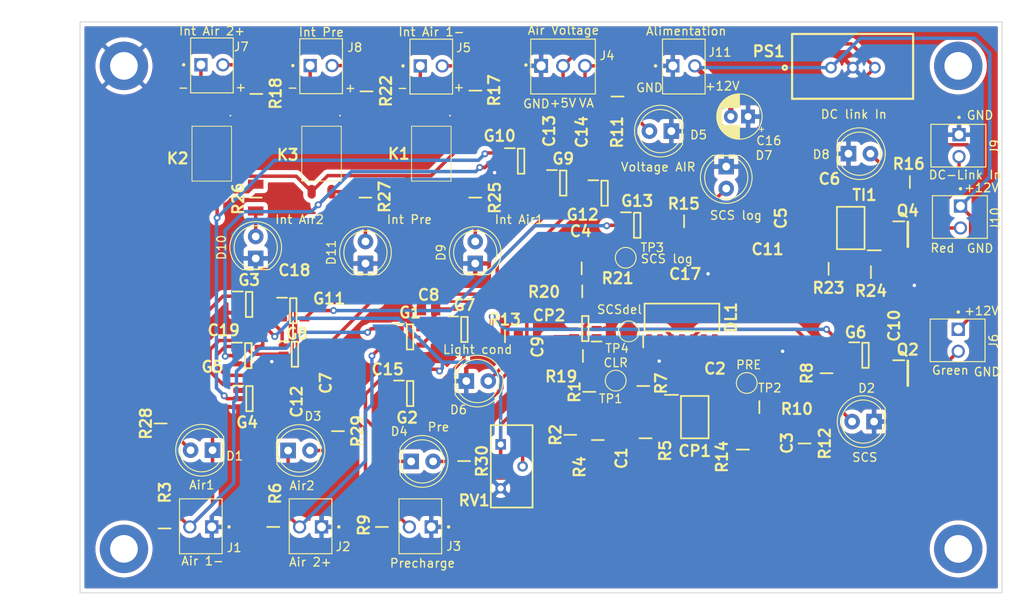
<source format=kicad_pcb>
(kicad_pcb (version 20211014) (generator pcbnew)
  (title_block (title "TSAL") (date "2022-12-04") (rev "V1.0") (company "EPSA"))
  (layers (0 "F.Cu" signal) (31 "B.Cu" signal) (34 "B.Paste" user) (35 "F.Paste" user) (36 "B.SilkS" user "B.Silkscreen") (37 "F.SilkS" user "F.Silkscreen") (38 "B.Mask" user) (39 "F.Mask" user) (44 "Edge.Cuts" user))
  (net 0 "")
  (net 1 "0")
  (net 2 "Net-(C1-Pad2)")
  (net 3 "+5V")
  (net 4 "Net-(C3-Pad2)")
  (net 5 "Net-(C4-Pad1)")
  (net 6 "Net-(C5-Pad2)")
  (net 7 "Net-(C6-Pad2)")
  (net 8 "CLR")
  (net 9 "mid Pot")
  (net 10 "PRE")
  (net 11 "SCS del")
  (net 12 "Net-(CP2-Pad3)")
  (net 13 "SCS")
  (net 17 "AIR 1")
  (net 18 "AIR 2")
  (net 19 "PreCharge")
  (net 20 "VoltageAIR")
  (net 21 "Int AIR 1")
  (net 22 "Net-(G3-Pad4)")
  (net 23 "Int AIR 2")
  (net 24 "Net-(G4-Pad4)")
  (net 25 "Int PreCharge")
  (net 26 "Net-(G11-Pad2)")
  (net 27 "Lightning cond")
  (net 28 "Net-(G11-Pad1)")
  (net 29 "SCS log")
  (net 30 "Clign")
  (net 31 "Net-(J5-Pad2)")
  (net 32 "Net-(J7-Pad2)")
  (net 33 "Net-(J8-Pad2)")
  (net 34 "DC-Link In")
  (net 35 "+12V")
  (net 36 "Net-(D1-Pad2)")
  (net 37 "Net-(R23-Pad1)")
  (net 38 "Net-(D2-Pad2)")
  (net 39 "Net-(D3-Pad2)")
  (net 40 "Net-(D4-Pad2)")
  (net 41 "Net-(D5-Pad2)")
  (net 42 "Net-(D6-Pad2)")
  (net 43 "Net-(D7-Pad2)")
  (net 44 "Net-(D8-Pad2)")
  (net 45 "Net-(D9-Pad2)")
  (net 46 "Net-(D10-Pad2)")
  (net 47 "Net-(D11-Pad2)")
  (net 48 "Net-(G1-Pad4)")
  (net 49 "Net-(G2-Pad4)")
  (net 50 "Net-(G6-Pad4)")
  (net 51 "Net-(J5-Pad1)")
  (net 52 "Net-(G10-Pad4)")
  (net 53 "Net-(J7-Pad1)")
  (net 54 "Net-(J8-Pad1)")
  (net 55 "Net-(G12-Pad1)")
  (net 56 "Net-(K1-Pad1)")
  (net 57 "Net-(K2-Pad1)")
  (net 58 "Net-(K3-Pad1)")
  (net 59 "Net-(G11-Pad4)")
  (net 60 "Net-(G12-Pad4)")
  (net 61 "Net-(J6-Pad2)")
  (net 62 "Net-(J10-Pad2)")
  (footprint "EPSA_lib:RESC3216X70N" (layer "F.Cu") (at 129.54 74.165346 90)
    (fp_text reference "R12")
    (fp_text value "Résistance RK73H2BLTDD2152F" hide)
  )
  (footprint "LED_THT:LED_D5.0mm" (layer "F.Cu") (at 90.406399 66.943603)
    (fp_text reference "D6")
    (fp_text value "LED")
  )
  (footprint "TestPoint:TestPoint_Pad_D2.0mm" (layer "F.Cu") (at 109.199826 61.195494)
    (fp_text reference "TP4")
    (fp_text value "TestPoint")
  )
  (footprint "EPSA_lib:RESC3216X70N" (layer "F.Cu") (at 102.429958 73.163812 90)
    (fp_text reference "R2")
    (fp_text value "Résistance RK73H2BLTDD2152F" hide)
  )
  (footprint "TestPoint:TestPoint_Pad_D2.0mm" (layer "F.Cu") (at 122.846804 67.166801)
    (fp_text reference "TP2")
    (fp_text value "TestPoint")
  )
  (footprint "EPSA_lib:CAPC2012X130N" (layer "F.Cu") (at 66.04 60.96)
    (fp_text reference "C19")
    (fp_text value "Condensateur 0805Y1000104JXT" hide)
  )
  (footprint "EPSA_lib:CAPC2012X130N" (layer "F.Cu") (at 74.052647 64.176814 90)
    (fp_text reference "C7")
    (fp_text value "Condensateur 0805Y1000104JXT" hide)
  )
  (footprint "EPSA_lib:RESC3216X70N" (layer "F.Cu") (at 55.043256 71.850787 90)
    (fp_text reference "R28")
    (fp_text value "Résistance RK73H2BLTDD2152F" hide)
  )
  (footprint "EPSA_lib:CAPC2012X130N" (layer "F.Cu") (at 108.293122 72.908477 90)
    (fp_text reference "C1")
    (fp_text value "Condensateur 0805Y1000104JXT" hide)
  )
  (footprint "EPSA_lib:MOLEX_22-11-2022" (layer "F.Cu") (at 147.581754 46.697016 -90)
    (fp_text reference "J10")
    (fp_text value "2P Droit 2-11-2022")
  )
  (footprint "" (layer "F.Cu") (at 147.32 86.36)
    (fp_text reference "")
    (fp_text value "")
  )
  (footprint "EPSA_lib:CAPC2012X130N" (layer "F.Cu") (at 86.040889 58.608377)
    (fp_text reference "C8")
    (fp_text value "Condensateur 0805Y1000104JXT" hide)
  )
  (footprint "" (layer "F.Cu") (at 50.8 86.36)
    (fp_text reference "")
    (fp_text value "")
  )
  (footprint "EPSA_lib:SOT95P280X145-5N" (layer "F.Cu") (at 106.404703 45.215032)
    (fp_text reference "G12")
    (fp_text value "Gate NOR SN74AHCT1G02DBVR" hide)
  )
  (footprint "EPSA_lib:MOLEX_22-11-2022" (layer "F.Cu") (at 59.708002 30.354668)
    (fp_text reference "J7")
    (fp_text value "2P Droit 2-11-2022")
  )
  (footprint "LED_THT:LED_D5.0mm" (layer "F.Cu") (at 84.030846 76.238995)
    (fp_text reference "D4")
    (fp_text value "LED")
  )
  (footprint "EPSA_lib:RESC3216X70N" (layer "F.Cu") (at 132.321673 53.955574)
    (fp_text reference "R23")
    (fp_text value "Résistance RK73H2BLTDD2152F" hide)
  )
  (footprint "EPSA_lib:SOT95P280X145-5N" (layer "F.Cu") (at 83.906656 68.387441)
    (fp_text reference "G2")
    (fp_text value "Gate AND SN74AHCT1G08DBVR" hide)
  )
  (footprint "EPSA_lib:CAPC2012X130N" (layer "F.Cu") (at 70.423736 56.008037 180)
    (fp_text reference "C18")
    (fp_text value "Condensateur 0805Y1000104JXT" hide)
  )
  (footprint "EPSA_lib:RESC3216X70N" (layer "F.Cu") (at 141.724117 43.926011)
    (fp_text reference "R16")
    (fp_text value "Résistance RK73H2BLTDD2152F" hide)
  )
  (footprint "EPSA_lib:SOT95P280X145-5N" (layer "F.Cu") (at 136.587848 63.965057)
    (fp_text reference "G6")
    (fp_text value "Gate AND SN74AHCT1G08DBVR" hide)
  )
  (footprint "EPSA_lib:RESC3216X70N" (layer "F.Cu") (at 107.901251 34.026853 90)
    (fp_text reference "R11")
    (fp_text value "Résistance RK73H2BLTDD2152F" hide)
  )
  (footprint "EPSA_lib:MOLEX_22-11-2022" (layer "F.Cu") (at 60.96 83.82 180)
    (fp_text reference "J1")
    (fp_text value "2P Droit 2-11-2022")
  )
  (footprint "LED_THT:LED_D5.0mm" (layer "F.Cu") (at 66.044862 52.75589 90)
    (fp_text reference "D10")
    (fp_text value "LED")
  )
  (footprint "EPSA_lib:RESC3216X70N" (layer "F.Cu") (at 75.557783 72.742395 90)
    (fp_text reference "R29")
    (fp_text value "Résistance RK73H2BLTDD2152F" hide)
  )
  (footprint "EPSA_lib:SOT95P280X145-5N" (layer "F.Cu") (at 83.900451 61.838242)
    (fp_text reference "G1")
    (fp_text value "Gate AND SN74AHCT1G08DBVR" hide)
  )
  (footprint "EPSA_lib:RESC3216X70N" (layer "F.Cu") (at 68.0717 83.82 -90)
    (fp_text reference "R6")
    (fp_text value "Résistance RK73H2BLTDD2152F" hide)
  )
  (footprint "EPSA_lib:CPC1394GR" (layer "F.Cu") (at 73.66 40.64 180)
    (fp_text reference "K3")
    (fp_text value "SSR CPC1394GR" hide)
  )
  (footprint "LED_THT:LED_D5.0mm" (layer "F.Cu") (at 134.62 40.64)
    (fp_text reference "D8")
    (fp_text value "LED")
  )
  (footprint "EPSA_lib:RESC3216X70N" (layer "F.Cu") (at 78.74 45.72 -90)
    (fp_text reference "R27")
    (fp_text value "Résistance RK73H2BLTDD2152F" hide)
  )
  (footprint "EPSA_lib:SOT95P280X145-5N" (layer "F.Cu") (at 70.386769 58.802609)
    (fp_text reference "G11")
    (fp_text value "Gate OR SN74AHCT1G32DBVR" hide)
  )
  (footprint "EPSA_lib:RESC3216X70N" (layer "F.Cu") (at 103.900997 64.042618)
    (fp_text reference "R19")
    (fp_text value "Résistance RK73H2BLTDD2152F" hide)
  )
  (footprint "EPSA_lib:CAPC2012X130N" (layer "F.Cu") (at 68.457723 69.225087 90)
    (fp_text reference "C12")
    (fp_text value "Condensateur 0805Y1000104JXT" hide)
  )
  (footprint "EPSA_lib:SOT95P280X145-5N" (layer "F.Cu") (at 101.615442 44.036774)
    (fp_text reference "G9")
    (fp_text value "Gate NAND SN74AHCT1G00DBVR" hide)
  )
  (footprint "EPSA_lib:RESC3216X70N" (layer "F.Cu") (at 91.450664 33.343333 -90)
    (fp_text reference "R17")
    (fp_text value "Résistance RK73H2BLTDD2152F" hide)
  )
  (footprint "EPSA_lib:RESC3216X70N" (layer "F.Cu") (at 91.44 45.72 -90)
    (fp_text reference "R25")
    (fp_text value "Résistance RK73H2BLTDD2152F" hide)
  )
  (footprint "EPSA_lib:MOLEX_22-11-2022" (layer "F.Cu") (at 85.084997 30.487668)
    (fp_text reference "J5")
    (fp_text value "2P Droit 2-11-2022")
  )
  (footprint "EPSA_lib:RESC3216X70N" (layer "F.Cu") (at 111.144182 73.562693 90)
    (fp_text reference "R5")
    (fp_text value "Résistance RK73H2BLTDD2152F" hide)
  )
  (footprint "EPSA_lib:SOT95P280X145-5N" (layer "F.Cu") (at 70.580707 63.839806)
    (fp_text reference "G8")
    (fp_text value "Gate OR SN74AHCT1G32DBVR" hide)
  )
  (footprint "EPSA_lib:CAPC2012X130N" (layer "F.Cu") (at 100.268412 63.012896 90)
    (fp_text reference "C9")
    (fp_text value "Condensateur 0805Y1000104JXT" hide)
  )
  (footprint "EPSA_lib:MOLEX_22-11-2022" (layer "F.Cu") (at 147.410754 38.442016 -90)
    (fp_text reference "J9")
    (fp_text value "2P Droit 2-11-2022")
  )
  (footprint "EPSA_lib:TSR-2" (layer "F.Cu") (at 128.09768 26.7915)
    (fp_text reference "PS1")
    (fp_text value "Alim HP TSR_2-2450" hide)
  )
  (footprint "EPSA_lib:RESC3216X70N" (layer "F.Cu") (at 137.214521 54.343789 180)
    (fp_text reference "R24")
    (fp_text value "Résistance RK73H2BLTDD2152F" hide)
  )
  (footprint "EPSA_lib:RESC3216X70N" (layer "F.Cu") (at 55.500993 83.997712 -90)
    (fp_text reference "R3")
    (fp_text value "Résistance RK73H2BLTDD2152F" hide)
  )
  (footprint "EPSA_lib:SOT95P237X112-3N" (layer "F.Cu") (at 141.487578 49.969415)
    (fp_text reference "Q4")
    (fp_text value "NMOS SQ2348ES-T1_GE3" hide)
  )
  (footprint "EPSA_lib:MOLEX_22-11-2022" (layer "F.Cu") (at 86.36 83.82 180)
    (fp_text reference "J3")
    (fp_text value "2P Droit 2-11-2022")
  )
  (footprint "EPSA_lib:RESC3216X70N" (layer "F.Cu") (at 104.635077 68.191025 90)
    (fp_text reference "R1")
    (fp_text value "Résistance RK73H2BLTDD2152F" hide)
  )
  (footprint "EPSA_lib:SOT95P280X145-5N" (layer "F.Cu") (at 96.741739 41.504425)
    (fp_text reference "G10")
    (fp_text value "Gate OR SN74AHCT1G32DBVR" hide)
  )
  (footprint "EPSA_lib:CAPC2012X130N" (layer "F.Cu") (at 129.253254 48.112269 -90)
    (fp_text reference "C5")
    (fp_text value "Condensateur 0805Y1000104JXT" hide)
  )
  (footprint "EPSA_lib:SOIC127P600X175-14N" (layer "F.Cu") (at 115.354878 59.584497 90)
    (fp_text reference "DL1")
    (fp_text value "Bascule D SN74HCS72QDRQ1" hide)
  )
  (footprint "EPSA_lib:RESC3216X70N" (layer "F.Cu") (at 94.88123 61.757242)
    (fp_text reference "R13")
    (fp_text value "Résistance RK73H2BLTDD2152F" hide)
  )
  (footprint "EPSA_lib:SOT95P280X145-5N" (layer "F.Cu") (at 110.176237 48.925639)
    (fp_text reference "G13")
    (fp_text value "Gate OR SN74AHCT1G32DBVR" hide)
  )
  (footprint "EPSA_lib:MOLEX_22-11-2022" (layer "F.Cu") (at 114.3 30.48)
    (fp_text reference "J11")
    (fp_text value "2P Droit 2-11-2022")
  )
  (footprint "EPSA_lib:MOLEX_22-11-2022" (layer "F.Cu") (at 147.32 60.96 -90)
    (fp_text reference "J6")
    (fp_text value "2P Droit 2-11-2022")
  )
  (footprint "EPSA_lib:RESC3216X70N" (layer "F.Cu") (at 66.118002 33.727555 -90)
    (fp_text reference "R18")
    (fp_text value "Résistance RK73H2BLTDD2152F" hide)
  )
  (footprint "EPSA_lib:CAPC2012X130N" (layer "F.Cu") (at 98.020118 38.095803 -90)
    (fp_text reference "C13")
    (fp_text value "Condensateur 0805Y1000104JXT" hide)
  )
  (footprint "EPSA_lib:CPC1394GR" (layer "F.Cu") (at 60.96 40.64 180)
    (fp_text reference "K2")
    (fp_text value "SSR CPC1394GR" hide)
  )
  (footprint "EPSA_lib:RESC3216X70N" (layer "F.Cu") (at 110.876888 67.516 -90)
    (fp_text reference "R7")
    (fp_text value "Résistance RK73H2BLTDD2152F" hide)
  )
  (footprint "TestPoint:TestPoint_Pad_D2.0mm" (layer "F.Cu") (at 107.691422 66.893908)
    (fp_text reference "TP1")
    (fp_text value "TestPoint")
  )
  (footprint "EPSA_lib:RESC3216X70N" (layer "F.Cu") (at 78.856444 33.432 -90)
    (fp_text reference "R22")
    (fp_text value "Résistance RK73H2BLTDD2152F" hide)
  )
  (footprint "EPSA_lib:SOT95P280X145-5N" (layer "F.Cu") (at 65.186071 63.999141)
    (fp_text reference "G5")
    (fp_text value "Gate AND SN74AHCT1G08DBVR" hide)
  )
  (footprint "EPSA_lib:RESC3216X70N" (layer "F.Cu") (at 122.401448 74.868622 -90)
    (fp_text reference "R14")
    (fp_text value "Résistance RK73H2BLTDD2152F" hide)
  )
  (footprint "EPSA_lib:CAPC2012X130N" (layer "F.Cu") (at 84.633616 65.579762)
    (fp_text reference "C15")
    (fp_text value "Condensateur 0805Y1000104JXT" hide)
  )
  (footprint "LED_THT:LED_D5.0mm" (layer "F.Cu") (at 137.581681 71.632042 180)
    (fp_text reference "D2")
    (fp_text value "LED")
  )
  (footprint "EPSA_lib:CPC1394GR" (layer "F.Cu") (at 86.36 40.64 180)
    (fp_text reference "K1")
    (fp_text value "SSR CPC1394GR" hide)
  )
  (footprint "EPSA_lib:CAPC2012X130N" (layer "F.Cu") (at 137.902963 60.535034 -90)
    (fp_text reference "C10")
    (fp_text value "Condensateur 0805Y1000104JXT" hide)
  )
  (footprint "EPSA_lib:RESC3216X70N" (layer "F.Cu") (at 66.04 45.72 -90)
    (fp_text reference "R26")
    (fp_text value "Résistance RK73H2BLTDD2152F" hide)
  )
  (footprint "EPSA_lib:CAPC2012X130N" (layer "F.Cu") (at 105.63946 41.151278 -90)
    (fp_text reference "C14")
    (fp_text value "Condensateur 0805Y1000104JXT" hide)
  )
  (footprint "EPSA_lib:SOIC127P600X175-8N" (layer "F.Cu") (at 116.84 71.12)
    (fp_text reference "CP1")
    (fp_text value "Comparateur Double LM393LVDR" hide)
  )
  (footprint "EPSA_lib:SOIC127P600X175-8N" (layer "F.Cu") (at 134.881754 49.237016 180)
    (fp_text reference "TI1")
    (fp_text value "Timer 555 LM555CMX_NOPB" hide)
  )
  (footprint "EPSA_lib:RESC3216X70N" (layer "F.Cu") (at 80.637656 83.82 -90)
    (fp_text reference "R9")
    (fp_text value "Résistance RK73H2BLTDD2152F" hide)
  )
  (footprint "EPSA_lib:SOT95P280X145-5N" (layer "F.Cu") (at 104.174143 60.867294 180)
    (fp_text reference "CP2")
    (fp_text value "Comparateur TS391ILT" hide)
  )
  (footprint "MountingHole:MountingHole_3.2mm_M3_DIN965_Pad" (layer "F.Cu") (at 50.8 30.48 180)
    (fp_text reference "REF**" hide)
    (fp_text value "MountingHole_3.2mm_M3_DIN965_Pad")
  )
  (footprint "EPSA_lib:SOT95P237X112-3N" (layer "F.Cu") (at 141.487578 66.04)
    (fp_text reference "Q2")
    (fp_text value "NMOS SQ2348ES-T1_GE3" hide)
  )
  (footprint "EPSA_lib:SOT95P280X145-5N" (layer "F.Cu") (at 90.190484 60.973844)
    (fp_text reference "G7")
    (fp_text value "Gate AND SN74AHCT1G08DBVR" hide)
  )
  (footprint "EPSA_lib:RESC3216X70N" (layer "F.Cu") (at 105.627868 73.765502 -90)
    (fp_text reference "R4")
    (fp_text value "Résistance RK73H2BLTDD2152F" hide)
  )
  (footprint "TestPoint:TestPoint_Pad_D2.0mm" (layer "F.Cu") (at 108.84538 52.681731)
    (fp_text reference "TP3")
    (fp_text value "TestPoint")
  )
  (footprint "Capacitor_THT:CP_Radial_D5.0mm_P2.00mm" (layer "F.Cu") (at 123.006657 36.344142 180)
    (fp_text reference "C16")
    (fp_text value "C")
  )
  (footprint "" (layer "F.Cu") (at 147.32 30.48)
    (fp_text reference "")
    (fp_text value "")
  )
  (footprint "EPSA_lib:RESC3216X70N" (layer "F.Cu") (at 90.153147 76.199999 -90)
    (fp_text reference "R30")
    (fp_text value "Résistance RK73H2BLTDD2152F" hide)
  )
  (footprint "EPSA_lib:RESC3216X70N" (layer "F.Cu") (at 103.818656 56.560801 180)
    (fp_text reference "R20")
    (fp_text value "Résistance RK73H2BLTDD2152F" hide)
  )
  (footprint "LED_THT:LED_D5.0mm" (layer "F.Cu") (at 61.04857 74.944433 180)
    (fp_text reference "D1")
    (fp_text value "LED")
  )
  (footprint "EPSA_lib:CAPC2012X130N" (layer "F.Cu") (at 125.423392 74.165346 90)
    (fp_text reference "C3")
    (fp_text value "Condensateur 0805Y1000104JXT" hide)
  )
  (footprint "LED_THT:LED_D5.0mm" (layer "F.Cu") (at 91.44 53.34 90)
    (fp_text reference "D9")
    (fp_text value "LED")
  )
  (footprint "EPSA_lib:CAPC2012X130N" (layer "F.Cu") (at 103.627957 51.342162)
    (fp_text reference "C4")
    (fp_text value "Condensateur 0805Y1000104JXT" hide)
  )
  (footprint "LED_THT:LED_D5.0mm" (layer "F.Cu") (at 114.129188 38.029457 180)
    (fp_text reference "D5")
    (fp_text value "LED")
  )
  (footprint "EPSA_lib:MOLEX_22-11-2022" (layer "F.Cu") (at 73.66 83.82 180)
    (fp_text reference "J2")
    (fp_text value "2P Droit 2-11-2022")
  )
  (footprint "EPSA_lib:RESC3216X70N" (layer "F.Cu") (at 132.08 66.04 -90)
    (fp_text reference "R8")
    (fp_text value "Résistance RK73H2BLTDD2152F" hide)
  )
  (footprint "EPSA_lib:CAPC2012X130N" (layer "F.Cu") (at 118.81049 67.243259 180)
    (fp_text reference "C2")
    (fp_text value "Condensateur 0805Y1000104JXT" hide)
  )
  (footprint "LED_THT:LED_D5.0mm" (layer "F.Cu") (at 120.47811 42.131084 -90)
    (fp_text reference "D7")
    (fp_text value "LED")
  )
  (footprint "EPSA_lib:SOT95P280X145-5N" (layer "F.Cu") (at 65.279483 58.07866)
    (fp_text reference "G3")
    (fp_text value "Gate AND SN74AHCT1G08DBVR" hide)
  )
  (footprint "EPSA_lib:CAPC2012X130N" (layer "F.Cu") (at 133.33178 45.330915 180)
    (fp_text reference "C6")
    (fp_text value "Condensateur 0805Y1000104JXT" hide)
  )
  (footprint "EPSA_lib:RESC3216X70N" (layer "F.Cu") (at 103.756325 53.901202)
    (fp_text reference "R21")
    (fp_text value "Résistance RK73H2BLTDD2152F" hide)
  )
  (footprint "EPSA_lib:SOT95P280X145-5N" (layer "F.Cu") (at 65.321166 68.976712)
    (fp_text reference "G4")
    (fp_text value "Gate AND SN74AHCT1G08DBVR" hide)
  )
  (footprint "LED_THT:LED_D5.0mm" (layer "F.Cu") (at 78.74 53.34 90)
    (fp_text reference "D11")
    (fp_text value "LED")
  )
  (footprint "EPSA_lib:RESC3216X70N" (layer "F.Cu") (at 115.600534 48.466577)
    (fp_text reference "R15")
    (fp_text value "Résistance RK73H2BLTDD2152F" hide)
  )
  (footprint "EPSA_lib:RESC3216X70N" (layer "F.Cu") (at 124.310596 69.965901)
    (fp_text reference "R10")
    (fp_text value "Résistance RK73H2BLTDD2152F" hide)
  )
  (footprint "EPSA_lib:MOLEX_22-11-2032" (layer "F.Cu") (at 99.06 30.48)
    (fp_text reference "J4")
    (fp_text value "3P Droit 22-11-2032")
  )
  (footprint "EPSA_lib:CAPC2012X130N" (layer "F.Cu") (at 112.217822 54.582555 180)
    (fp_text reference "C17")
    (fp_text value "Condensateur 0805Y1000104JXT" hide)
  )
  (footprint "EPSA_lib:MOLEX_22-11-2022" (layer "F.Cu") (at 72.343 30.443334)
    (fp_text reference "J8")
    (fp_text value "2P Droit 2-11-2022")
  )
  (footprint "LED_THT:LED_D5.0mm" (layer "F.Cu") (at 69.788861 74.980558)
    (fp_text reference "D3")
    (fp_text value "LED")
  )
  (footprint "EPSA_lib:3296Y1223LF" (layer "F.Cu") (at 94.382464 74.272704 180)
    (fp_text reference "RV1")
    (fp_text value "Varystor 3296Y-1-223LF" hide)
  )
  (footprint "EPSA_lib:CAPC2012X130N" (layer "F.Cu") (at 128.631529 51.57557)
    (fp_text reference "C11")
    (fp_text value "Condensateur 0805Y1000104JXT" hide)
  )
  (gr_rect (start 45.72 25.4) (end 152.4 91.44) (layer "Edge.Cuts") (width 0.1) (fill none))
  (gr_text "SCSdel" (at 108.130815 58.675946) (layer "F.SilkS") (effects (font (size 1 1))))
  (gr_text "Int Pre" (at 73.629152 26.581638) (layer "F.SilkS") (effects (font (size 1 1))))
  (gr_text "-" (at 83.021348 33.02) (layer "F.SilkS") (effects (font (size 1 1))))
  (gr_text "SCS log" (at 113.596105 52.804428) (layer "F.SilkS") (effects (font (size 1 1))))
  (gr_text "Light cond" (at 91.715454 63.295155) (layer "F.SilkS") (effects (font (size 1 1))))
  (gr_text "+" (at 64.316428 32.936867) (layer "F.SilkS") (effects (font (size 1 1))))
  (gr_text "Precharge" (at 85.33417 88.01377) (layer "F.SilkS") (effects (font (size 1 1))))
  (gr_text "-" (at 57.66579 32.978433) (layer "F.SilkS") (effects (font (size 1 1))))
  (gr_text "+12V" (at 120.017352 32.816611) (layer "F.SilkS") (effects (font (size 1 1))))
  (gr_text "Air2" (at 71.398258 79.049094) (layer "F.SilkS") (effects (font (size 1 1))))
  (gr_text "GND" (at 150.645318 65.892556) (layer "F.SilkS") (effects (font (size 1 1))))
  (gr_text "Air 2+" (at 72.365426 87.889071) (layer "F.SilkS") (effects (font (size 1 1))))
  (gr_text "Air 1-\n" (at 59.89548 87.764372) (layer "F.SilkS") (effects (font (size 1 1))))
  (gr_text "DC-Link In" (at 148.108605 43.094972) (layer "F.SilkS") (effects (font (size 1 1))))
  (gr_text "VA" (at 104.30522 34.784092) (layer "F.SilkS") (effects (font (size 1 1))))
  (gr_text "GND" (at 111.593211 33.010588) (layer "F.SilkS") (effects (font (size 1 1))))
  (gr_text "SCS log" (at 121.589208 47.774275) (layer "F.SilkS") (effects (font (size 1 1))))
  (gr_text "+12V" (at 150.007791 44.584023) (layer "F.SilkS") (effects (font (size 1 1))))
  (gr_text "Air1" (at 59.803583 78.971103) (layer "F.SilkS") (effects (font (size 1 1))))
  (gr_text "SCS" (at 136.505504 75.770912) (layer "F.SilkS") (effects (font (size 1 1))))
  (gr_text "Green" (at 146.405537 65.698579) (layer "F.SilkS") (effects (font (size 1 1))))
  (gr_text "CLR" (at 107.691422 64.827786) (layer "F.SilkS") (effects (font (size 1 1))))
  (gr_text "PRE" (at 123.076277 65.067948) (layer "F.SilkS") (effects (font (size 1 1))))
  (gr_text "Int Air1" (at 96.52 48.26) (layer "F.SilkS") (effects (font (size 1 1))))
  (gr_text "Air Voltage" (at 101.644965 26.35995) (layer "F.SilkS") (effects (font (size 1 1))))
  (gr_text "GND" (at 98.513623 34.867225) (layer "F.SilkS") (effects (font (size 1 1))))
  (gr_text "Pre" (at 87.186164 72.261449) (layer "F.SilkS") (effects (font (size 1 1))))
  (gr_text "+" (at 89.547286 32.936867) (layer "F.SilkS") (effects (font (size 1 1))))
  (gr_text "GND" (at 149.841526 36.19683) (layer "F.SilkS") (effects (font (size 1 1))))
  (gr_text "Int Pre\n" (at 83.82 48.26) (layer "F.SilkS") (effects (font (size 1 1))))
  (gr_text "Int Air 2+\n" (at 60.99294 26.443083) (layer "F.SilkS") (effects (font (size 1 1))))
  (gr_text "Red" (at 145.491074 51.565973) (layer "F.SilkS") (effects (font (size 1 1))))
  (gr_text "Alimentation" (at 115.843972 26.453803) (layer "F.SilkS") (effects (font (size 1 1))))
  (gr_text "+5V" (at 101.589543 34.784092) (layer "F.SilkS") (effects (font (size 1 1))))
  (gr_text "+" (at 76.994207 33.02) (layer "F.SilkS") (effects (font (size 1 1))))
  (gr_text "DC link In" (at 135.237638 36.086465) (layer "F.SilkS") (effects (font (size 1 1))))
  (gr_text "Int Air 1-" (at 86.376209 26.553927) (layer "F.SilkS") (effects (font (size 1 1))))
  (gr_text "+12V" (at 150.007966 58.826253) (layer "F.SilkS") (effects (font (size 1 1))))
  (gr_text "Int Air2" (at 71.12 48.26) (layer "F.SilkS") (effects (font (size 1 1))))
  (gr_text "-" (at 70.302003 32.978433) (layer "F.SilkS") (effects (font (size 1 1))))
  (gr_text "GND" (at 149.8417 51.593684) (layer "F.SilkS") (effects (font (size 1 1))))
  (gr_text "Voltage AIR" (at 112.611579 42.182931) (layer "F.SilkS") (effects (font (size 1 1))))
  (segment (start 65.604483 60.575517) (end 65.604483 56.645768) (width 0.4) (layer "F.Cu") (net 1))
  (segment (start 67.99802 64.789806) (end 67.900141 64.691927) (width 0.4) (layer "F.Cu") (net 1))
  (segment (start 64.861071 64.949141) (end 66.058642 66.146712) (width 0.4) (layer "F.Cu") (net 1))
  (segment (start 70.321589 54.65589) (end 71.243736 55.578037) (width 0.4) (layer "F.Cu") (net 1))
  (segment (start 63.886071 64.949141) (end 64.861071 64.949141) (width 0.4) (layer "F.Cu") (net 1))
  (segment (start 65.22 60.96) (end 65.604483 60.575517) (width 0.4) (layer "F.Cu") (net 1))
  (segment (start 67.594361 54.65589) (end 70.321589 54.65589) (width 0.4) (layer "F.Cu") (net 1))
  (segment (start 67.833795 58.497991) (end 67.320287 57.984483) (width 0.4) (layer "F.Cu") (net 1))
  (segment (start 68.42696 59.752609) (end 67.833795 59.159444) (width 0.4) (layer "F.Cu") (net 1))
  (segment (start 66.058642 66.146712) (end 72.902749 66.146712) (width 0.4) (layer "F.Cu") (net 1))
  (segment (start 67.833795 59.159444) (end 67.833795 58.497991) (width 0.4) (layer "F.Cu") (net 1))
  (segment (start 67.320287 57.984483) (end 65.604483 57.984483) (width 0.4) (layer "F.Cu") (net 1))
  (segment (start 65.604483 56.645768) (end 67.594361 54.65589) (width 0.4) (layer "F.Cu") (net 1))
  (segment (start 72.902749 66.146712) (end 74.052647 64.996814) (width 0.4) (layer "F.Cu") (net 1))
  (segment (start 69.086769 59.752609) (end 68.42696 59.752609) (width 0.4) (layer "F.Cu") (net 1))
  (segment (start 69.280707 64.789806) (end 67.99802 64.789806) (width 0.4) (layer "F.Cu") (net 1))
  (via (at 142.24 55.88) (size 0.8) (drill 0.4) (layers "F.Cu" "B.Cu") (net 1))
  (via (at 93.678614 42.831459) (size 0.8) (drill 0.4) (layers "F.Cu" "B.Cu") (net 1))
  (via (at 67.900141 64.691927) (size 0.8) (drill 0.4) (layers "F.Cu" "B.Cu") (net 1))
  (via (at 127 63.5) (size 0.8) (drill 0.4) (layers "F.Cu" "B.Cu") (net 1))
  (via (at 118.378663 54.538733) (size 0.8) (drill 0.4) (layers "F.Cu" "B.Cu") (net 1))
  (via (at 112.72189 64.63616) (size 0.8) (drill 0.4) (layers "F.Cu" "B.Cu") (net 1))
  (segment (start 114.129 71.755) (end 106.08837 71.755) (width 0.4) (layer "F.Cu") (net 2))
  (segment (start 106.08837 71.755) (end 105.627868 72.215502) (width 0.4) (layer "F.Cu") (net 2))
  (segment (start 53.34 82.972732) (end 55.067712 84.700444) (width 0.4) (layer "F.Cu") (net 3))
  (segment (start 77.211014 71.12) (end 78.74 72.648986) (width 0.4) (layer "F.Cu") (net 3))
  (segment (start 130.383851 56.243789) (end 133.172649 56.243789) (width 0.4) (layer "F.Cu") (net 3))
  (segment (start 53.34 71.12) (end 53.34 82.972732) (width 0.4) (layer "F.Cu") (net 3))
  (segment (start 98.834395 76.985402) (end 97.656452 78.163345) (width 0.4) (layer "F.Cu") (net 3))
  (segment (start 70.269254 68.294911) (end 73.094343 71.12) (width 0.4) (layer "F.Cu") (net 3))
  (segment (start 92.989999 77.749999) (end 93.548643 78.308643) (width 0.4) (layer "F.Cu") (net 3))
  (segment (start 105.63946 42.199789) (end 107.704703 44.265032) (width 0.4) (layer "F.Cu") (net 3))
  (segment (start 80.434264 57.574264) (end 81.122353 56.886175) (width 0.4) (layer "F.Cu") (net 3))
  (segment (start 93.98 53.34) (end 101.308423 46.011577) (width 0.4) (layer "F.Cu") (net 3))
  (segment (start 78.74 72.648986) (end 78.74 81.84) (width 0.4) (layer "F.Cu") (net 3))
  (segment (start 136.912848 66.256547) (end 136.912848 63.990057) (width 0.4) (layer "F.Cu") (net 3))
  (segment (start 55.043256 70.300787) (end 54.159213 70.300787) (width 0.4) (layer "F.Cu") (net 3))
  (segment (start 137.887848 63.015057) (end 137.887848 61.370149) (width 0.4) (layer "F.Cu") (net 3))
  (segment (start 94.382464 72.011151) (end 94.382464 74.272704) (width 0.4) (layer "F.Cu") (net 3))
  (segment (start 78.74 81.84) (end 75.21 85.37) (width 0.4) (layer "F.Cu") (net 3))
  (segment (start 55.500993 85.547712) (end 57.216996 87.263715) (width 0.4) (layer "F.Cu") (net 3))
  (segment (start 105.627868 75.315502) (end 105.627868 79.792132) (width 0.4) (layer "F.Cu") (net 3))
  (segment (start 86.36 43.18) (end 83.357 43.18) (width 0.4) (layer "F.Cu") (net 3))
  (segment (start 90.153147 77.749999) (end 92.989999 77.749999) (width 0.4) (layer "F.Cu") (net 3))
  (segment (start 109.220299 45.719701) (end 113.528658 45.719701) (width 0.4) (layer "F.Cu") (net 3))
  (segment (start 101.308423 46.011577) (end 101.308423 37.808423) (width 0.4) (layer "F.Cu") (net 3))
  (segment (start 74.252647 63.356814) (end 74.252647 62.907353) (width 0.4) (layer "F.Cu") (net 3))
  (segment (start 110.876888 69.066) (end 107.060052 69.066) (width 0.4) (layer "F.Cu") (net 3))
  (segment (start 83.357 43.18) (end 85.217 45.04) (width 0.4) (layer "F.Cu") (net 3))
  (segment (start 73.094343 71.12) (end 77.211014 71.12) (width 0.4) (layer "F.Cu") (net 3))
  (segment (start 85.438693 65.594685) (end 85.438693 67.205404) (width 0.4) (layer "F.Cu") (net 3))
  (segment (start 101.6 35.073764) (end 101.308423 35.365341) (width 0.4) (layer "F.Cu") (net 3))
  (segment (start 121.106948 65.766801) (end 121.106948 65.731334) (width 0.4) (layer "F.Cu") (net 3))
  (segment (start 87.103334 65.579762) (end 85.453616 65.579762) (width 0.4) (layer "F.Cu") (net 3))
  (segment (start 86.860889 56.913892) (end 86.888606 56.886175) (width 0.4) (layer "F.Cu") (net 3))
  (segment (start 98.041739 40.554425) (end 98.041739 38.937424) (width 0.4) (layer "F.Cu") (net 3))
  (segment (start 136.767963 60.650034) (end 137.472963 61.355034) (width 0.4) (layer "F.Cu") (net 3))
  (segment (start 119.63049 67.243259) (end 121.106948 65.766801) (width 0.4) (layer "F.Cu") (net 3))
  (segment (start 129.161497 66.665) (end 136.504395 66.665) (width 0.4) (layer "F.Cu") (net 3))
  (segment (start 66.86 60.96) (end 67.419129 60.96) (width 0.4) (layer "F.Cu") (net 3))
  (segment (start 106.730988 76.418622) (end 122.401448 76.418622) (width 0.4) (layer "F.Cu") (net 3))
  (segment (start 86.860889 59.227804) (end 85.200451 60.888242) (width 0.4) (layer "F.Cu") (net 3))
  (segment (start 66.889365 68.294911) (end 70.269254 68.294911) (width 0.4) (layer "F.Cu") (net 3))
  (segment (start 86.860889 58.608377) (end 86.860889 56.913892) (width 0.4) (layer "F.Cu") (net 3))
  (segment (start 124.46 53.34) (end 126.911529 55.791529) (width 0.4) (layer "F.Cu") (net 3))
  (segment (start 137.67768 30.6815) (end 134.93618 27.94) (width 0.4) (layer "F.Cu") (net 3))
  (segment (start 114.975534 47.166577) (end 114.975534 48.935534) (width 0.4) (layer "F.Cu") (net 3))
  (segment (start 74.052647 63.356814) (end 72.111268 63.356814) (width 0.4) (layer "F.Cu") (net 3))
  (segment (start 74.252647 62.907353) (end 79.293422 57.866578) (width 0.4) (layer "F.Cu") (net 3))
  (segment (start 129.463226 55.323164) (end 130.383851 56.243789) (width 0.4) (layer "F.Cu") (net 3))
  (segment (start 90.075017 58.608377) (end 91.490484 60.023844) (width 0.4) (layer "F.Cu") (net 3))
  (segment (start 97.656452 78.163345) (end 93.693942 78.163345) (width 0.4) (layer "F.Cu") (net 3))
  (segment (start 75.21 85.37) (end 80.637656 85.37) (width 0.4) (layer "F.Cu") (net 3))
  (segment (start 53.34 51.517) (end 53.34 71.12) (width 0.4) (layer "F.Cu") (net 3))
  (segment (start 132.170754 51.142016) (end 131.212616 51.142016) (width 0.4) (layer "F.Cu") (net 3))
  (segment (start 129.451529 51.57557) (end 129.451529 55.791529) (width 0.4) (layer "F.Cu") (net 3))
  (segment (start 72.517 45.04) (end 74.377 43.18) (width 0.4) (layer "F.Cu") (net 3))
  (segment (start 79.293422 57.866578) (end 80.14195 57.866578) (width 0.4) (layer "F.Cu") (net 3))
  (segment (start 101.6 30.48) (end 101.6 35.073764) (width 0.4) (layer "F.Cu") (net 3))
  (segment (start 66.86 60.96) (end 66.86 62.707878) (width 0.4) (layer "F.Cu") (net 3))
  (segment (start 136.504395 66.665) (end 136.912848 66.256547) (width 0.4) (layer "F.Cu") (net 3))
  (segment (start 114.3 50.8) (end 124.46 50.8) (width 0.4) (layer "F.Cu") (net 3))
  (segment (start 102.874143 61.817294) (end 102.874143 63.519472) (width 0.4) (layer "F.Cu") (net 3))
  (segment (start 114.975534 48.935534) (end 116.84 50.8) (width 0.4) (layer "F.Cu") (net 3))
  (segment (start 101.6 83.82) (end 93.173135 83.82) (width 0.4) (layer "F.Cu") (net 3))
  (segment (start 107.76563 44.265032) (end 109.220299 45.719701) (width 0.4) (layer "F.Cu") (net 3))
  (segment (start 124.46 50.8) (end 124.46 53.34) (width 0.4) (layer "F.Cu") (net 3))
  (segment (start 98.020118 38.915803) (end 100.201043 38.915803) (width 0.4) (layer "F.Cu") (net 3))
  (segment (start 102.874143 63.519472) (end 102.350997 64.042618) (width 0.4) (layer "F.Cu") (net 3))
  (segment (start 137.67768 30.6815) (end 124.46 43.89918) (width 0.4) (layer "F.Cu") (net 3))
  (segment (start 107.060052 69.066) (end 104.635077 66.641025) (width 0.4) (layer "F.Cu") (net 3))
  (segment (start 80.14195 57.866578) (end 80.434264 57.574264) (width 0.4) (layer "F.Cu") (net 3))
  (segment (start 113.528658 45.719701) (end 114.975534 47.166577) (width 0.4) (layer "F.Cu") (net 3))
  (segment (start 111.544878 56.872497) (end 111.544878 53.555122) (width 0.4) (layer "F.Cu") (net 3))
  (segment (start 93.98 55.88) (end 93.98 53.34) (width 0.4) (layer "F.Cu") (net 3))
  (segment (start 93.173135 83.82) (end 92.393224 83.040089) (width 0.4) (layer "F.Cu") (net 3))
  (segment (start 66.86 62.707878) (end 66.621166 62.946712) (width 0.4) (layer "F.Cu") (net 3))
  (segment (start 59.817 45.04) (end 53.34 51.517) (width 0.4) (layer "F.Cu") (net 3))
  (segment (start 74.377 43.18) (end 83.357 43.18) (width 0.4) (layer "F.Cu") (net 3))
  (segment (start 87.31131 65.787738) (end 87.103334 65.579762) (width 0.4) (layer "F.Cu") (net 3))
  (segment (start 100.644014 61.817294) (end 100.268412 62.192896) (width 0.4) (layer "F.Cu") (net 3))
  (segment (start 57.216996 87.263715) (end 66.177985 87.263715) (width 0.4) (layer "F.Cu") (net 3))
  (segment (start 92.973825 56.886175) (end 93.98 55.88) (width 0.4) (layer "F.Cu") (net 3))
  (segment (start 121.924936 64.913346) (end 125.873346 64.913346) (width 0.4) (layer "F.Cu") (net 3))
  (segment (start 133.172649 56.243789) (end 136.767963 59.839103) (width 0.4) (layer "F.Cu") (net 3))
  (segment (start 86.888606 56.886175) (end 81.122353 56.886175) (width 0.4) (layer "F.Cu") (net 3))
  (segment (start 111.544878 53.555122) (end 114.3 50.8) (width 0.4) (layer "F.Cu") (net 3))
  (segment (start 68.0717 85.37) (end 75.21 85.37) (width 0.4) (layer "F.Cu") (net 3))
  (segment (start 104.14 27.94) (end 101.6 30.48) (width 0.4) (layer "F.Cu") (net 3))
  (segment (start 90.624197 38.915803) (end 86.36 43.18) (width 0.4) (layer "F.Cu") (net 3))
  (segment (start 55.067712 84.700444) (end 55.067712 85.547712) (width 0.4) (layer "F.Cu") (net 3))
  (segment (start 80.155919 57.852609) (end 80.434264 57.574264) (width 0.25) (layer "F.Cu") (net 3))
  (segment (start 136.767963 59.839103) (end 136.767963 60.650034) (width 0.4) (layer "F.Cu") (net 3))
  (segment (start 71.182411 57.866712) (end 71.701166 57.866712) (width 0.4) (layer "F.Cu") (net 3))
  (segment (start 94.382464 77.474823) (end 94.382464 74.272704) (width 0.4) (layer "F.Cu") (net 3))
  (segment (start 100.201043 38.915803) (end 101.308423 37.808423) (width 0.4) (layer "F.Cu") (net 3))
  (segment (start 125.873346 64.913346) (end 128.393248 67.433248) (width 0.4) (layer "F.Cu") (net 3))
  (segment (start 119.63049 67.243259) (end 119.63049 69.13551) (width 0.4) (layer "F.Cu") (net 3))
  (segment (start 92.973825 56.886175) (end 86.888606 56.886175) (width 0.4) (layer "F.Cu") (net 3))
  (segment (start 104.635077 66.641025) (end 98.834395 72.441707) (width 0.4) (layer "F.Cu") (net 3))
  (segment (start 98.834395 72.441707) (end 98.834395 76.985402) (width 0.4) (layer "F.Cu") (net 3))
  (segment (start 69.603736 56.288037) (end 71.182411 57.866712) (width 0.4) (layer "F.Cu") (net 3))
  (segment (start 131.212616 51.142016) (end 130.78168 51.572952) (width 0.4) (layer "F.Cu") (net 3))
  (segment (start 66.177985 87.263715) (end 68.0717 85.37) (width 0.4) (layer "F.Cu") (net 3))
  (segment (start 105.627868 79.792132) (end 101.6 83.82) (width 0.4) (layer "F.Cu") (net 3))
  (segment (start 93.548643 78.308643) (end 94.382464 77.474823) (width 0.4) (layer "F.Cu") (net 3))
  (segment (start 92.393224 83.040089) (end 92.393224 79.464062) (width 0.4) (layer "F.Cu") (net 3))
  (segment (start 126.911529 55.791529) (end 129.451529 55.791529) (width 0.4) (layer "F.Cu") (net 3))
  (segment (start 66.621166 68.026712) (end 66.889365 68.294911) (width 0.4) (layer "F.Cu") (net 3))
  (segment (start 134.93618 27.94) (end 104.14 27.94) (width 0.4) (layer "F.Cu") (net 3))
  (segment (start 102.350997 64.042618) (end 94.382464 72.011151) (width 0.4) (layer "F.Cu") (net 3))
  (segment (start 86.860889 58.608377) (end 86.860889 59.227804) (width 0.4) (layer "F.Cu") (net 3))
  (segment (start 136.912848 63.990057) (end 137.887848 63.015057) (width 0.4) (layer "F.Cu") (net 3))
  (segment (start 72.111268 63.356814) (end 71.701166 62.946712) (width 0.4) (layer "F.Cu") (net 3))
  (segment (start 98.020118 38.915803) (end 90.624197 38.915803) (width 0.4) (layer "F.Cu") (net 3))
  (segment (start 101.308423 35.365341) (end 101.308423 37.808423) (width 0.4) (layer "F.Cu") (net 3))
  (segment (start 70.722 43.245) (end 72.517 45.04) (width 0.4) (layer "F.Cu") (net 3))
  (segment (start 105.627868 75.315502) (end 106.730988 76.418622) (width 0.4) (layer "F.Cu") (net 3))
  (segment (start 59.817 45.04) (end 61.612 43.245) (width 0.4) (layer "F.Cu") (net 3))
  (segment (start 124.46 43.89918) (end 124.46 50.8) (width 0.4) (layer "F.Cu") (net 3))
  (segment (start 92.393224 79.464062) (end 93.548643 78.308643) (width 0.4) (layer "F.Cu") (net 3))
  (segment (start 80.637656 85.37) (end 91.640466 85.37) (width 0.4) (layer "F.Cu") (net 3))
  (segment (start 67.419129 60.96) (end 68.249948 61.790819) (width 0.4) (layer "F.Cu") (net 3))
  (segment (start 69.603736 56.008037) (end 67.700106 56.008037) (width 0.4) (layer "F.Cu") (net 3))
  (segment (start 85.438693 67.205404) (end 85.206656 67.437441) (width 0.4) (layer "F.Cu") (net 3))
  (segment (start 130.78168 51.572952) (end 129.454147 51.572952) (width 0.4) (layer "F.Cu") (net 3))
  (segment (start 102.915442 43.086774) (end 104.523964 43.086774) (width 0.4) (layer "F.Cu") (net 3))
  (segment (start 121.106948 65.731334) (end 121.924936 64.913346) (width 0.4) (layer "F.Cu") (net 3))
  (segment (start 71.686769 57.852609) (end 80.155919 57.852609) (width 0.4) (layer "F.Cu") (net 3))
  (segment (start 125.860596 69.965901) (end 129.161497 66.665) (width 0.4) (layer "F.Cu") (net 3))
  (segment (start 54.159213 70.300787) (end 53.34 71.12) (width 0.4) (layer "F.Cu") (net 3))
  (segment (start 102.874143 61.817294) (end 100.644014 61.817294) (width 0.4) (layer "F.Cu") (net 3))
  (segment (start 67.700106 56.008037) (end 66.579483 57.12866) (width 0.4) (layer "F.Cu") (net 3))
  (segment (start 61.612 43.245) (end 70.722 43.245) (width 0.4) (layer "F.Cu") (net 3))
  (segment (start 86.860889 58.608377) (end 90.075017 58.608377) (width 0.4) (layer "F.Cu") (net 3))
  (segment (start 104.523964 43.086774) (end 105.63946 41.971278) (width 0.4) (layer "F.Cu") (net 3))
  (segment (start 109.220299 45.719701) (end 111.476237 47.975639) (width 0.4) (layer "F.Cu") (net 3))
  (segment (start 91.640466 85.37) (end 93.207798 83.802668) (width 0.4) (layer "F.Cu") (net 3))
  (via (at 68.249948 61.790819) (size 0.8) (drill 0.4) (layers "F.Cu" "B.Cu") (net 3))
  (via (at 87.31131 65.787738) (size 0.8) (drill 0.4) (layers "F.Cu" "B.Cu") (net 3))
  (segment (start 87.636934 65.462114) (end 87.636934 64.763066) (width 0.4) (layer "B.Cu") (net 3))
  (segment (start 94.382464 66.54119) (end 94.382464 74.272704) (width 0.4) (layer "B.Cu") (net 3))
  (segment (start 87.636934 64.763066) (end 92.60434 64.763066) (width 0.4) (layer "B.Cu") (net 3))
  (segment (start 92.60434 64.763066) (end 94.382464 66.54119) (width 0.4) (layer "B.Cu") (net 3))
  (segment (start 70.358061 59.682706) (end 82.556574 59.682706) (width 0.4) (layer "B.Cu") (net 3))
  (segment (start 82.556574 59.682706) (end 87.636934 64.763066) (width 0.4) (layer "B.Cu") (net 3))
  (segment (start 68.249948 61.790819) (end 70.358061 59.682706) (width 0.4) (layer "B.Cu") (net 3))
  (segment (start 87.31131 65.787738) (end 87.636934 65.462114) (width 0.4) (layer "B.Cu") (net 3))
  (segment (start 129.54 72.615346) (end 126.153392 72.615346) (width 0.4) (layer "F.Cu") (net 4))
  (segment (start 125.423392 73.345346) (end 122.428172 73.345346) (width 0.4) (layer "F.Cu") (net 4))
  (segment (start 126.153392 72.615346) (end 125.423392 73.345346) (width 0.4) (layer "F.Cu") (net 4))
  (segment (start 119.551 73.025) (end 122.107826 73.025) (width 0.4) (layer "F.Cu") (net 4))
  (segment (start 102.874143 57.731424) (end 101.990976 56.848257) (width 0.4) (layer "F.Cu") (net 5))
  (segment (start 102.874143 59.917294) (end 102.874143 57.731424) (width 0.4) (layer "F.Cu") (net 5))
  (segment (start 102.206325 53.901202) (end 102.206325 56.632908) (width 0.4) (layer "F.Cu") (net 5))
  (segment (start 102.206325 51.943794) (end 102.807957 51.342162) (width 0.4) (layer "F.Cu") (net 5))
  (segment (start 102.206325 53.901202) (end 102.206325 51.943794) (width 0.4) (layer "F.Cu") (net 5))
  (segment (start 144.164469 40.311652) (end 144.138087 40.311652) (width 0.4) (layer "F.Cu") (net 6))
  (segment (start 148.385045 39.607016) (end 144.869105 39.607016) (width 0.4) (layer "F.Cu") (net 6))
  (segment (start 136.428754 52.008022) (end 136.428754 50.230016) (width 0.4) (layer "F.Cu") (net 6))
  (segment (start 141.684544 42.765195) (end 141.684544 44.943979) (width 0.4) (layer "F.Cu") (net 6))
  (segment (start 144.869105 39.607016) (end 144.164469 40.311652) (width 0.4) (layer "F.Cu") (net 6))
  (segment (start 136.286648 46.593352) (end 134.277984 48.602016) (width 0.4) (layer "F.Cu") (net 6))
  (segment (start 141.684544 44.943979) (end 140.035171 46.593352) (width 0.4) (layer "F.Cu") (net 6))
  (segment (start 136.786754 49.872016) (end 137.592754 49.872016) (width 0.4) (layer "F.Cu") (net 6))
  (segment (start 149.230834 42.714538) (end 149.230834 40.452805) (width 0.4) (layer "F.Cu") (net 6))
  (segment (start 141.334977 49.872016) (end 141.487578 49.719415) (width 0.4) (layer "F.Cu") (net 6))
  (segment (start 138.764521 54.343789) (end 136.428754 52.008022) (width 0.4) (layer "F.Cu") (net 6))
  (segment (start 144.138087 40.311652) (end 141.684544 42.765195) (width 0.4) (layer "F.Cu") (net 6))
  (segment (start 136.428754 50.230016) (end 136.786754 49.872016) (width 0.4) (layer "F.Cu") (net 6))
  (segment (start 145.589107 45.904675) (end 146.040697 45.904675) (width 0.4) (layer "F.Cu") (net 6))
  (segment (start 141.487578 49.719415) (end 141.487578 49.269415) (width 0.4) (layer "F.Cu") (net 6))
  (segment (start 143.233782 48.26) (end 145.589107 45.904675) (width 0.4) (layer "F.Cu") (net 6))
  (segment (start 132.170754 48.602016) (end 129.583507 48.602016) (width 0.4) (layer "F.Cu") (net 6))
  (segment (start 142.496993 48.26) (end 143.233782 48.26) (width 0.4) (layer "F.Cu") (net 6))
  (segment (start 146.040697 45.904675) (end 149.230834 42.714538) (width 0.4) (layer "F.Cu") (net 6))
  (segment (start 141.487578 49.269415) (end 142.496993 48.26) (width 0.4) (layer "F.Cu") (net 6))
  (segment (start 134.277984 48.602016) (end 132.170754 48.602016) (width 0.4) (layer "F.Cu") (net 6))
  (segment (start 137.592754 49.872016) (end 141.334977 49.872016) (width 0.4) (layer "F.Cu") (net 6))
  (segment (start 140.035171 46.593352) (end 136.286648 46.593352) (width 0.4) (layer "F.Cu") (net 6))
  (segment (start 149.230834 40.452805) (end 148.385045 39.607016) (width 0.4) (layer "F.Cu") (net 6))
  (segment (start 132.51178 46.99099) (end 132.170754 47.332016) (width 0.4) (layer "F.Cu") (net 7))
  (segment (start 132.51178 45.330915) (end 132.51178 46.99099) (width 0.4) (layer "F.Cu") (net 7))
  (segment (start 111.544878 62.296497) (end 107.691422 66.149953) (width 0.4) (layer "F.Cu") (net 8))
  (segment (start 110.876888 65.966) (end 114.125888 69.215) (width 0.4) (layer "F.Cu") (net 8))
  (segment (start 107.923744 66.076628) (end 110.76626 66.076628) (width 0.4) (layer "F.Cu") (net 8))
  (segment (start 114.129 70.485) (end 116.205 70.485) (width 0.4) (layer "F.Cu") (net 9))
  (segment (start 114.129 70.485) (end 105.85521 70.485) (width 0.4) (layer "F.Cu") (net 9))
  (segment (start 117.475 71.755) (end 119.551 71.755) (width 0.4) (layer "F.Cu") (net 9))
  (segment (start 116.205 70.485) (end 117.475 71.755) (width 0.4) (layer "F.Cu") (net 9))
  (segment (start 102.429958 71.440086) (end 104.620127 69.249917) (width 0.4) (layer "F.Cu") (net 9))
  (segment (start 105.85521 70.485) (end 104.620127 69.249917) (width 0.4) (layer "F.Cu") (net 9))
  (segment (start 115.354878 67.452878) (end 118.387 70.485) (width 0.4) (layer "F.Cu") (net 10))
  (segment (start 115.354878 62.296497) (end 115.354878 67.452878) (width 0.4) (layer "F.Cu") (net 10))
  (segment (start 122.760596 69.965901) (end 120.070099 69.965901) (width 0.4) (layer "F.Cu") (net 10))
  (segment (start 122.84475 67.168855) (end 122.84475 69.881747) (width 0.4) (layer "F.Cu") (net 10))
  (segment (start 118.387 70.485) (end 119.551 70.485) (width 0.4) (layer "F.Cu") (net 10))
  (segment (start 120.070099 69.965901) (end 119.551 70.485) (width 0.4) (layer "F.Cu") (net 10))
  (segment (start 114.084878 61.678997) (end 114.084878 62.296497) (width 0.4) (layer "F.Cu") (net 11))
  (segment (start 105.80719 64.022719) (end 106.372601 64.022719) (width 0.4) (layer "F.Cu") (net 11))
  (segment (start 113.365881 60.96) (end 114.084878 61.678997) (width 0.4) (layer "F.Cu") (net 11))
  (segment (start 109.22 60.96) (end 113.365881 60.96) (width 0.4) (layer "F.Cu") (net 11))
  (segment (start 106.372601 64.022719) (end 109.199826 61.195494) (width 0.4) (layer "F.Cu") (net 11))
  (segment (start 105.641344 63.856873) (end 105.80719 64.022719) (width 0.4) (layer "F.Cu") (net 11))
  (segment (start 105.641344 61.840226) (end 105.641344 63.856873) (width 0.4) (layer "F.Cu") (net 11))
  (segment (start 96.922464 71.77258) (end 104.14 64.555044) (width 0.4) (layer "F.Cu") (net 12))
  (segment (start 104.14 60.526437) (end 104.749143 59.917294) (width 0.4) (layer "F.Cu") (net 12))
  (segment (start 96.922464 76.812704) (end 96.922464 71.77258) (width 0.4) (layer "F.Cu") (net 12))
  (segment (start 104.749143 59.917294) (end 105.474143 59.917294) (width 0.4) (layer "F.Cu") (net 12))
  (segment (start 104.14 64.555044) (end 104.14 60.526437) (width 0.4) (layer "F.Cu") (net 12))
  (segment (start 117.523875 60.96) (end 128.55 60.96) (width 0.4) (layer "F.Cu") (net 13))
  (segment (start 116.624878 61.858997) (end 117.523875 60.96) (width 0.4) (layer "F.Cu") (net 13))
  (segment (start 132.08 64.49) (end 132.604943 63.965057) (width 0.4) (layer "F.Cu") (net 13))
  (segment (start 128.55 60.96) (end 132.08 64.49) (width 0.4) (layer "F.Cu") (net 13))
  (segment (start 132.604943 63.965057) (end 135.287848 63.965057) (width 0.4) (layer "F.Cu") (net 13))
  (segment (start 58.42 83.82) (end 61.04857 81.19143) (width 0.4) (layer "F.Cu") (net 17))
  (segment (start 79.406887 60.888242) (end 78.989429 61.3057) (width 0.4) (layer "F.Cu") (net 17))
  (segment (start 57.047712 82.447712) (end 58.42 83.82) (width 0.4) (layer "F.Cu") (net 17))
  (segment (start 82.600451 60.888242) (end 79.406887 60.888242) (width 0.4) (layer "F.Cu") (net 17))
  (segment (start 62.25134 57.12866) (end 63.979483 57.12866) (width 0.4) (layer "F.Cu") (net 17))
  (segment (start 59.989444 59.390556) (end 62.25134 57.12866) (width 0.4) (layer "F.Cu") (net 17))
  (segment (start 59.989444 68.689239) (end 59.989444 59.390556) (width 0.4) (layer "F.Cu") (net 17))
  (segment (start 61.04857 81.19143) (end 61.04857 69.748365) (width 0.4) (layer "F.Cu") (net 17))
  (segment (start 55.500993 82.447712) (end 57.047712 82.447712) (width 0.4) (layer "F.Cu") (net 17))
  (segment (start 61.04857 69.748365) (end 59.989444 68.689239) (width 0.4) (layer "F.Cu") (net 17))
  (via (at 78.989429 61.3057) (size 0.8) (drill 0.4) (layers "F.Cu" "B.Cu") (net 17))
  (segment (start 63.5 78.74) (end 58.42 83.82) (width 0.4) (layer "B.Cu") (net 17))
  (segment (start 69.540279 63.149437) (end 66.493552 63.149437) (width 0.4) (layer "B.Cu") (net 17))
  (segment (start 66.493552 63.149437) (end 63.820639 65.82235) (width 0.4) (layer "B.Cu") (net 17))
  (segment (start 63.820639 69.05272) (end 63.5 69.373359) (width 0.4) (layer "B.Cu") (net 17))
  (segment (start 63.5 69.373359) (end 63.5 78.74) (width 0.4) (layer "B.Cu") (net 17))
  (segment (start 78.989429 61.3057) (end 71.384016 61.3057) (width 0.4) (layer "B.Cu") (net 17))
  (segment (start 63.820639 65.82235) (end 63.820639 69.05272) (width 0.4) (layer "B.Cu") (net 17))
  (segment (start 71.384016 61.3057) (end 69.540279 63.149437) (width 0.4) (layer "B.Cu") (net 17))
  (segment (start 65.026115 72.646115) (end 65.026115 68.205189) (width 0.4) (layer "F.Cu") (net 18))
  (segment (start 69.788861 80.552839) (end 68.0717 82.27) (width 0.4) (layer "F.Cu") (net 18))
  (segment (start 69.788861 74.980558) (end 69.788861 80.552839) (width 0.4) (layer "F.Cu") (net 18))
  (segment (start 71.12 83.82) (end 69.828026 82.528026) (width 0.4) (layer "F.Cu") (net 18))
  (segment (start 66.04 73.66) (end 65.026115 72.646115) (width 0.4) (layer "F.Cu") (net 18))
  (segment (start 82.600451 61.838242) (end 81.683426 61.838242) (width 0.4) (layer "F.Cu") (net 18))
  (segment (start 64.847638 68.026712) (end 64.021166 68.026712) (width 0.4) (layer "F.Cu") (net 18))
  (segment (start 68.0717 82.528026) (end 66.04 80.496326) (width 0.4) (layer "F.Cu") (net 18))
  (segment (start 69.828026 82.528026) (end 68.0717 82.528026) (width 0.4) (layer "F.Cu") (net 18))
  (segment (start 81.683426 61.838242) (end 79.488774 64.032894) (width 0.4) (layer "F.Cu") (net 18))
  (segment (start 65.026115 68.205189) (end 64.847638 68.026712) (width 0.4) (layer "F.Cu") (net 18))
  (segment (start 66.04 80.496326) (end 66.04 73.66) (width 0.4) (layer "F.Cu") (net 18))
  (via (at 79.488774 64.032894) (size 0.8) (drill 0.4) (layers "F.Cu" "B.Cu") (net 18))
  (segment (start 79.488774 69.669704) (end 78.74 70.418478) (width 0.4) (layer "B.Cu") (net 18))
  (segment (start 78.74 70.418478) (end 78.74 76.2) (width 0.4) (layer "B.Cu") (net 18))
  (segment (start 79.488774 64.032894) (end 79.488774 69.669704) (width 0.4) (layer "B.Cu") (net 18))
  (segment (start 78.74 76.2) (end 71.12 83.82) (width 0.4) (layer "B.Cu") (net 18))
  (segment (start 82.606656 67.437441) (end 81.797679 66.628464) (width 0.4) (layer "F.Cu") (net 19))
  (segment (start 78.63027 68.58) (end 73.66 68.58) (width 0.4) (layer "F.Cu") (net 19))
  (segment (start 80.581806 66.628464) (end 78.63027 68.58) (width 0.4) (layer "F.Cu") (net 19))
  (segment (start 78.74 68.58) (end 78.74 71.320267) (width 0.4) (layer "F.Cu") (net 19))
  (segment (start 81.797679 66.628464) (end 80.581806 66.628464) (width 0.4) (layer "F.Cu") (net 19))
  (segment (start 70.297197 66.961868) (end 65.704389 66.961868) (width 0.4) (layer "F.Cu") (net 19))
  (segment (start 84.030846 76.238995) (end 81.318995 76.238995) (width 0.4) (layer "F.Cu") (net 19))
  (segment (start 73.66 68.58) (end 71.915329 68.58) (width 0.4) (layer "F.Cu") (net 19))
  (segment (start 71.915329 68.58) (end 70.297197 66.961868) (width 0.4) (layer "F.Cu") (net 19))
  (segment (start 61.50911 65.21031) (end 61.50911 63.951274) (width 0.4) (layer "F.Cu") (net 19))
  (segment (start 80.637656 75.557656) (end 80.637656 82.27) (width 0.4) (layer "F.Cu") (net 19))
  (segment (start 65.025159 66.282638) (end 62.581438 66.282638) (width 0.4) (layer "F.Cu") (net 19))
  (segment (start 61.50911 63.951274) (end 62.513672 62.946712) (width 0.4) (layer "F.Cu") (net 19))
  (segment (start 62.513672 62.946712) (end 64.021166 62.946712) (width 0.4) (layer "F.Cu") (net 19))
  (segment (start 62.581438 66.282638) (end 61.50911 65.21031) (width 0.4) (layer "F.Cu") (net 19))
  (segment (start 82.27 82.27) (end 83.82 83.82) (width 0.4) (layer "F.Cu") (net 19))
  (segment (start 78.74 71.320267) (end 80.637656 73.217923) (width 0.4) (layer "F.Cu") (net 19))
  (segment (start 73.66 68.58) (end 78.74 68.58) (width 0.4) (layer "F.Cu") (net 19))
  (segment (start 80.637656 73.217923) (end 80.637656 75.557656) (width 0.4) (layer "F.Cu") (net 19))
  (segment (start 81.318995 76.238995) (end 80.637656 75.557656) (width 0.4) (layer "F.Cu") (net 19))
  (segment (start 80.637656 82.27) (end 82.27 82.27) (width 0.4) (layer "F.Cu") (net 19))
  (segment (start 65.704389 66.961868) (end 65.025159 66.282638) (width 0.4) (layer "F.Cu") (net 19))
  (segment (start 101.908423 40.510685) (end 104.14 38.279108) (width 0.4) (layer "F.Cu") (net 20))
  (segment (start 104.14 38.279108) (end 104.14 30.48) (width 0.4) (layer "F.Cu") (net 20))
  (segment (start 82.606656 68.387441) (end 81.472559 68.387441) (width 0.4) (layer "F.Cu") (net 20))
  (segment (start 81.272291 68.587709) (end 81.272291 70.501866) (width 0.4) (layer "F.Cu") (net 20))
  (segment (start 105.104703 45.215032) (end 104.379703 45.215032) (width 0.4) (layer "F.Cu") (net 20))
  (segment (start 94.520648 66.640801) (end 97.411607 63.749842) (width 0.4) (layer "F.Cu") (net 20))
  (segment (start 94.520648 67.76223) (end 94.520648 66.640801) (width 0.4) (layer "F.Cu") (net 20))
  (segment (start 104.14 30.48) (end 105.904398 30.48) (width 0.4) (layer "F.Cu") (net 20))
  (segment (start 81.472559 68.387441) (end 81.272291 68.587709) (width 0.4) (layer "F.Cu") (net 20))
  (segment (start 81.890425 71.12) (end 91.162878 71.12) (width 0.4) (layer "F.Cu") (net 20))
  (segment (start 97.411607 52.25966) (end 101.908423 47.762844) (width 0.4) (layer "F.Cu") (net 20))
  (segment (start 103.310802 46.283933) (end 101.908423 46.283933) (width 0.4) (layer "F.Cu") (net 20))
  (segment (start 105.904398 30.48) (end 107.901251 32.476853) (width 0.4) (layer "F.Cu") (net 20))
  (segment (start 97.411607 63.749842) (end 97.411607 52.25966) (width 0.4) (layer "F.Cu") (net 20))
  (segment (start 101.908423 47.762844) (end 101.908423 46.283933) (width 0.4) (layer "F.Cu") (net 20))
  (segment (start 81.272291 70.501866) (end 81.890425 71.12) (width 0.4) (layer "F.Cu") (net 20))
  (segment (start 91.162878 71.12) (end 94.520648 67.76223) (width 0.4) (layer "F.Cu") (net 20))
  (segment (start 104.379703 45.215032) (end 103.310802 46.283933) (width 0.4) (layer "F.Cu") (net 20))
  (segment (start 101.908423 46.283933) (end 101.908423 40.510685) (width 0.4) (layer "F.Cu") (net 20))
  (segment (start 68.427473 54.05589) (end 70.455743 52.02762) (width 0.4) (layer "F.Cu") (net 21))
  (segment (start 87.503 45.974) (end 87.503 45.04) (width 0.4) (layer "F.Cu") (net 21))
  (segment (start 64.704483 58.07866) (end 64.954483 57.82866) (width 0.4) (layer "F.Cu") (net 21))
  (segment (start 86.36 47.117) (end 87.503 45.974) (width 0.4) (layer "F.Cu") (net 21))
  (segment (start 88.373 44.17) (end 87.503 45.04) (width 0.4) (layer "F.Cu") (net 21))
  (segment (start 91.44 44.17) (end 100.182216 44.17) (width 0.4) (layer "F.Cu") (net 21))
  (segment (start 70.455743 52.02762) (end 70.455743 50.183883) (width 0.4) (layer "F.Cu") (net 21))
  (segment (start 74.879433 48.335526) (end 77.081674 46.133285) (width 0.4) (layer "F.Cu") (net 21))
  (segment (start 63.979483 58.07866) (end 64.704483 58.07866) (width 0.4) (layer "F.Cu") (net 21))
  (segment (start 70.455743 50.183883) (end 72.3041 48.335526) (width 0.4) (layer "F.Cu") (net 21))
  (segment (start 82.263715 47.117) (end 86.36 47.117) (width 0.4) (layer "F.Cu") (net 21))
  (segment (start 66.583736 54.05589) (end 68.427473 54.05589) (width 0.4) (layer "F.Cu") (net 21))
  (segment (start 77.081674 46.133285) (end 81.28 46.133285) (width 0.4) (layer "F.Cu") (net 21))
  (segment (start 64.954483 57.82866) (end 64.954483 55.685143) (width 0.4) (layer "F.Cu") (net 21))
  (segment (start 72.3041 48.335526) (end 74.879433 48.335526) (width 0.4) (layer "F.Cu") (net 21))
  (segment (start 81.28 46.133285) (end 82.263715 47.117) (width 0.4) (layer "F.Cu") (net 21))
  (segment (start 64.954483 55.685143) (end 66.583736 54.05589) (width 0.4) (layer "F.Cu") (net 21))
  (segment (start 91.44 44.17) (end 88.373 44.17) (width 0.4) (layer "F.Cu") (net 21))
  (segment (start 100.182216 44.17) (end 100.315442 44.036774) (width 0.4) (layer "F.Cu") (net 21))
  (segment (start 69.101166 61.275343) (end 69.101166 62.946712) (width 0.4) (layer "F.Cu") (net 22))
  (segment (start 66.854483 59.02866) (end 69.101166 61.275343) (width 0.4) (layer "F.Cu") (net 22))
  (segment (start 92.65624 40.554425) (end 95.441739 40.554425) (width 0.4) (layer "F.Cu") (net 23))
  (segment (start 62.727803 68.976712) (end 64.021166 68.976712) (width 0.4) (layer "F.Cu") (net 23))
  (segment (start 62.103 45.04) (end 65.17 45.04) (width 0.4) (layer "F.Cu") (net 23))
  (segment (start 61.577784 45.565216) (end 62.103 45.04) (width 0.4) (layer "F.Cu") (net 23))
  (segment (start 65.17 45.04) (end 66.04 44.17) (width 0.4) (layer "F.Cu") (net 23))
  (segment (start 92.559892 40.650773) (end 92.65624 40.554425) (width 0.4) (layer "F.Cu") (net 23))
  (segment (start 61.577784 48.058471) (end 61.577784 45.565216) (width 0.4) (layer "F.Cu") (net 23))
  (segment (start 62.398502 68.647411) (end 62.727803 68.976712) (width 0.4) (layer "F.Cu") (net 23))
  (via (at 61.577784 48.058471) (size 0.8) (drill 0.4) (layers "F.Cu" "B.Cu") (net 23))
  (via (at 92.559892 40.650773) (size 0.8) (drill 0.4) (layers "F.Cu" "B.Cu") (net 23))
  (via (at 62.398502 68.647411) (size 0.8) (drill 0.4) (layers "F.Cu" "B.Cu") (net 23))
  (segment (start 92.559892 40.650773) (end 91.809949 41.400716) (width 0.4) (layer "B.Cu") (net 23))
  (segment (start 91.809949 41.400716) (end 68.235539 41.400716) (width 0.4) (layer "B.Cu") (net 23))
  (segment (start 61.500962 67.749871) (end 61.500962 48.135293) (width 0.4) (layer "B.Cu") (net 23))
  (segment (start 61.500962 48.135293) (end 61.577784 48.058471) (width 0.4) (layer "B.Cu") (net 23))
  (segment (start 62.398502 68.647411) (end 61.500962 67.749871) (width 0.4) (layer "B.Cu") (net 23))
  (segment (start 68.235539 41.400716) (end 61.577784 48.058471) (width 0.4) (layer "B.Cu") (net 23))
  (segment (start 64.996166 67.326712) (end 65.646166 67.976712) (width 0.4) (layer "F.Cu") (net 24))
  (segment (start 65.731887 63.838924) (end 64.996166 63.103203) (width 0.4) (layer "F.Cu") (net 24))
  (segment (start 69.279825 63.838924) (end 65.731887 63.838924) (width 0.4) (layer "F.Cu") (net 24))
  (segment (start 64.996166 63.103203) (end 64.996166 62.456166) (width 0.4) (layer "F.Cu") (net 24))
  (segment (start 65.646166 68.951712) (end 66.621166 69.926712) (width 0.4) (layer "F.Cu") (net 24))
  (segment (start 64.786712 62.246712) (end 61.814666 62.246712) (width 0.4) (layer "F.Cu") (net 24))
  (segment (start 62.246712 67.326712) (end 64.996166 67.326712) (width 0.4) (layer "F.Cu") (net 24))
  (segment (start 60.769355 65.849355) (end 62.246712 67.326712) (width 0.4) (layer "F.Cu") (net 24))
  (segment (start 64.996166 62.456166) (end 64.786712 62.246712) (width 0.4) (layer "F.Cu") (net 24))
  (segment (start 61.814666 62.246712) (end 60.769355 63.292023) (width 0.4) (layer "F.Cu") (net 24))
  (segment (start 60.769355 63.292023) (end 60.769355 65.849355) (width 0.4) (layer "F.Cu") (net 24))
  (segment (start 65.646166 67.976712) (end 65.646166 68.951712) (width 0.4) (layer "F.Cu") (net 24))
  (segment (start 91.9675 42.238923) (end 92.547157 42.238923) (width 0.4) (layer "F.Cu") (net 25))
  (segment (start 62.592614 63.999141) (end 63.918737 63.999141) (width 0.4) (layer "F.Cu") (net 25))
  (segment (start 73.293838 46.549162) (end 74.803 45.04) (width 0.4) (layer "F.Cu") (net 25))
  (segment (start 94.716739 41.504425) (end 95.441739 41.504425) (width 0.4) (layer "F.Cu") (net 25))
  (segment (start 77.87 45.04) (end 78.74 44.17) (width 0.4) (layer "F.Cu") (net 25))
  (segment (start 74.803 45.04) (end 77.87 45.04) (width 0.4) (layer "F.Cu") (net 25))
  (segment (start 93.09803 41.68805) (end 94.533114 41.68805) (width 0.4) (layer "F.Cu") (net 25))
  (segment (start 94.533114 41.68805) (end 94.716739 41.504425) (width 0.4) (layer "F.Cu") (net 25))
  (segment (start 73.275888 46.549162) (end 73.293838 46.549162) (width 0.4) (layer "F.Cu") (net 25))
  (segment (start 92.547157 42.238923) (end 93.09803 41.68805) (width 0.4) (layer "F.Cu") (net 25))
  (segment (start 62.519821 64.071934) (end 62.592614 63.999141) (width 0.4) (layer "F.Cu") (net 25))
  (via (at 62.519821 64.071934) (size 0.8) (drill 0.4) (layers "F.Cu" "B.Cu") (net 25))
  (via (at 91.9675 42.238923) (size 0.8) (drill 0.4) (layers "F.Cu" "B.Cu") (net 25))
  (via (at 73.275888 46.549162) (size 0.8) (drill 0.4) (layers "F.Cu" "B.Cu") (net 25))
  (segment (start 91.497382 42.709041) (end 77.116009 42.709041) (width 0.4) (layer "B.Cu") (net 25))
  (segment (start 77.116009 42.709041) (end 73.275888 46.549162) (width 0.4) (layer "B.Cu") (net 25))
  (segment (start 64.690746 47.348098) (end 72.476952 47.348098) (width 0.4) (layer "B.Cu") (net 25))
  (segment (start 72.476952 47.348098) (end 73.275888 46.549162) (width 0.4) (layer "B.Cu") (net 25))
  (segment (start 62.501309 64.053422) (end 62.501309 49.537535) (width 0.4) (layer "B.Cu") (net 25))
  (segment (start 62.519821 64.071934) (end 62.501309 64.053422) (width 0.4) (layer "B.Cu") (net 25))
  (segment (start 62.501309 49.537535) (end 64.690746 47.348098) (width 0.4) (layer "B.Cu") (net 25))
  (segment (start 91.9675 42.238923) (end 91.497382 42.709041) (width 0.4) (layer "B.Cu") (net 25))
  (segment (start 70.255707 65.352774) (end 70.255707 62.383744) (width 0.4) (layer "F.Cu") (net 26))
  (segment (start 70.061769 65.546712) (end 70.255707 65.352774) (width 0.4) (layer "F.Cu") (net 26))
  (segment (start 69.826166 58.816712) (end 69.101166 58.816712) (width 0.4) (layer "F.Cu") (net 26))
  (segment (start 70.061769 62.189806) (end 70.061769 59.052315) (width 0.4) (layer "F.Cu") (net 26))
  (segment (start 70.255707 62.383744) (end 70.061769 62.189806) (width 0.4) (layer "F.Cu") (net 26))
  (segment (start 66.621166 65.468122) (end 66.699756 65.546712) (width 0.4) (layer "F.Cu") (net 26))
  (segment (start 70.061769 59.052315) (end 69.826166 58.816712) (width 0.4) (layer "F.Cu") (net 26))
  (segment (start 66.621166 64.846712) (end 66.621166 65.468122) (width 0.4) (layer "F.Cu") (net 26))
  (segment (start 66.699756 65.546712) (end 70.061769 65.546712) (width 0.4) (layer "F.Cu") (net 26))
  (segment (start 132.08 60.96) (end 134.135057 63.015057) (width 0.4) (layer "F.Cu") (net 27))
  (segment (start 91.490484 61.923844) (end 93.164628 61.923844) (width 0.4) (layer "F.Cu") (net 27))
  (segment (start 134.135057 63.015057) (end 135.287848 63.015057) (width 0.4) (layer "F.Cu") (net 27))
  (segment (start 93.408065 59.486834) (end 93.33123 59.563669) (width 0.4) (layer "F.Cu") (net 27))
  (segment (start 93.33123 59.563669) (end 93.33123 61.757242) (width 0.4) (layer "F.Cu") (net 27))
  (via (at 93.408065 59.486834) (size 0.8) (drill 0.4) (layers "F.Cu" "B.Cu") (net 27))
  (via (at 132.08 60.96) (size 0.8) (drill 0.4) (layers "F.Cu" "B.Cu") (net 27))
  (segment (start 94.881231 60.96) (end 132.08 60.96) (width 0.4) (layer "B.Cu") (net 27))
  (segment (start 93.408065 59.486834) (end 94.881231 60.96) (width 0.4) (layer "B.Cu") (net 27))
  (segment (start 70.661769 58.757336) (end 70.661769 61.941278) (width 0.4) (layer "F.Cu") (net 28))
  (segment (start 70.855707 62.135216) (end 70.855707 64.001253) (width 0.4) (layer "F.Cu") (net 28))
  (segment (start 70.855707 64.001253) (end 71.701166 64.846712) (width 0.4) (layer "F.Cu") (net 28))
  (segment (start 69.101166 57.866712) (end 69.771145 57.866712) (width 0.4) (layer "F.Cu") (net 28))
  (segment (start 70.661769 61.941278) (end 70.855707 62.135216) (width 0.4) (layer "F.Cu") (net 28))
  (segment (start 69.771145 57.866712) (end 70.661769 58.757336) (width 0.4) (layer "F.Cu") (net 28))
  (segment (start 111.476237 49.875639) (end 112.641472 49.875639) (width 0.4) (layer "F.Cu") (net 29))
  (segment (start 108.84538 52.681731) (end 105.368656 56.158455) (width 0.4) (layer "F.Cu") (net 29))
  (segment (start 111.476237 50.050874) (end 108.84538 52.681731) (width 0.4) (layer "F.Cu") (net 29))
  (segment (start 112.641472 49.875639) (end 114.050534 48.466577) (width 0.4) (layer "F.Cu") (net 29))
  (segment (start 111.476237 49.875639) (end 111.476237 50.050874) (width 0.4) (layer "F.Cu") (net 29))
  (segment (start 140.020179 48.602016) (end 140.437578 49.019415) (width 0.4) (layer "F.Cu") (net 30))
  (segment (start 137.592754 48.602016) (end 140.020179 48.602016) (width 0.4) (layer "F.Cu") (net 30))
  (segment (start 91.450664 31.651303) (end 91.450664 31.793333) (width 0.4) (layer "F.Cu") (net 31))
  (segment (start 90.279361 30.48) (end 91.450664 31.651303) (width 0.4) (layer "F.Cu") (net 31))
  (segment (start 87.632665 30.48) (end 90.279361 30.48) (width 0.4) (layer "F.Cu") (net 31))
  (segment (start 87.624997 30.487668) (end 87.632665 30.48) (width 0.4) (layer "F.Cu") (net 31))
  (segment (start 62.248002 30.354668) (end 64.295115 30.354668) (width 0.4) (layer "F.Cu") (net 32))
  (segment (start 64.295115 30.354668) (end 66.118002 32.177555) (width 0.4) (layer "F.Cu") (net 32))
  (segment (start 78.856444 31.882) (end 78.856444 31.769631) (width 0.4) (layer "F.Cu") (net 33))
  (segment (start 78.856444 31.769631) (end 77.530147 30.443334) (width 0.4) (layer "F.Cu") (net 33))
  (segment (start 77.530147 30.443334) (end 74.883 30.443334) (width 0.4) (layer "F.Cu") (net 33))
  (segment (start 147.410754 40.982016) (end 147.410754 42.302231) (width 0.4) (layer "F.Cu") (net 34))
  (segment (start 135.538321 51.987726) (end 133.891754 53.634293) (width 0.4) (layer "F.Cu") (net 34))
  (segment (start 142.370741 47.332016) (end 144.450704 45.252053) (width 0.4) (layer "F.Cu") (net 34))
  (segment (start 147.410754 42.302231) (end 144.441483 45.271502) (width 0.4) (layer "F.Cu") (net 34))
  (segment (start 137.592754 47.332016) (end 142.370741 47.332016) (width 0.4) (layer "F.Cu") (net 34))
  (segment (start 137.153754 47.332016) (end 135.538321 48.947449) (width 0.4) (layer "F.Cu") (net 34))
  (segment (start 144.37591 45.252053) (end 143.31369 44.189833) (width 0.4) (layer "F.Cu") (net 34))
  (segment (start 135.538321 48.947449) (end 135.538321 51.987726) (width 0.4) (layer "F.Cu") (net 34))
  (segment (start 121.006657 36.344142) (end 121.006657 34.646657) (width 0.6) (layer "F.Cu") (net 35))
  (segment (start 121.006657 34.646657) (end 116.84 30.48) (width 0.6) (layer "F.Cu") (net 35))
  (segment (start 148.746754 59.533246) (end 148.746754 47.862016) (width 0.4) (layer "F.Cu") (net 35))
  (segment (start 148.746754 47.862016) (end 147.581754 46.697016) (width 0.4) (layer "F.Cu") (net 35))
  (segment (start 147.32 60.96) (end 148.746754 59.533246) (width 0.4) (layer "F.Cu") (net 35))
  (segment (start 135.99918 27.28) (end 149.2 27.28) (width 0.4) (layer "B.Cu") (net 35))
  (segment (start 150.965982 29.045982) (end 150.965982 43.312788) (width 0.4) (layer "B.Cu") (net 35))
  (segment (start 149.2 27.28) (end 150.965982 29.045982) (width 0.4) (layer "B.Cu") (net 35))
  (segment (start 150.965982 43.312788) (end 147.581754 46.697016) (width 0.4) (layer "B.Cu") (net 35))
  (segment (start 132.59768 30.6815) (end 117.0415 30.6815) (width 0.4) (layer "B.Cu") (net 35))
  (segment (start 132.59768 30.6815) (end 135.99918 27.28) (width 0.4) (layer "B.Cu") (net 35))
  (segment (start 56.964924 73.400787) (end 58.50857 74.944433) (width 0.4) (layer "F.Cu") (net 36))
  (segment (start 55.043256 73.400787) (end 56.964924 73.400787) (width 0.4) (layer "F.Cu") (net 36))
  (segment (start 131.696673 53.955574) (end 130.771673 53.955574) (width 0.4) (layer "F.Cu") (net 37))
  (segment (start 133.334754 50.597016) (end 133.334754 52.317493) (width 0.4) (layer "F.Cu") (net 37))
  (segment (start 134.739521 55.643789) (end 132.118527 55.643789) (width 0.4) (layer "F.Cu") (net 37))
  (segment (start 132.118527 55.643789) (end 130.791754 54.317016) (width 0.4) (layer "F.Cu") (net 37))
  (segment (start 133.334754 52.317493) (end 131.696673 53.955574) (width 0.4) (layer "F.Cu") (net 37))
  (segment (start 132.609754 49.872016) (end 133.334754 50.597016) (width 0.4) (layer "F.Cu") (net 37))
  (segment (start 135.664521 54.718789) (end 134.739521 55.643789) (width 0.4) (layer "F.Cu") (net 37))
  (segment (start 132.08 68.670361) (end 132.08 67.59) (width 0.4) (layer "F.Cu") (net 38))
  (segment (start 135.041681 71.632042) (end 132.08 68.670361) (width 0.4) (layer "F.Cu") (net 38))
  (segment (start 74.86962 74.980558) (end 75.557783 74.292395) (width 0.4) (layer "F.Cu") (net 39))
  (segment (start 72.328861 74.980558) (end 74.86962 74.980558) (width 0.4) (layer "F.Cu") (net 39))
  (segment (start 86.570846 76.238995) (end 88.564151 76.238995) (width 0.4) (layer "F.Cu") (net 40))
  (segment (start 88.564151 76.238995) (end 90.153147 74.649999) (width 0.4) (layer "F.Cu") (net 40))
  (segment (start 109.136584 35.576853) (end 111.589188 38.029457) (width 0.4) (layer "F.Cu") (net 41))
  (segment (start 107.901251 35.576853) (end 109.136584 35.576853) (width 0.4) (layer "F.Cu") (net 41))
  (segment (start 96.43123 61.757242) (end 96.43123 63.458772) (width 0.4) (layer "F.Cu") (net 42))
  (segment (start 96.43123 63.458772) (end 92.946399 66.943603) (width 0.4) (layer "F.Cu") (net 42))
  (segment (start 117.150534 47.99866) (end 120.47811 44.671084) (width 0.4) (layer "F.Cu") (net 43))
  (segment (start 140.412974 43.892974) (end 137.16 40.64) (width 0.4) (layer "F.Cu") (net 44))
  (segment (start 91.44 47.27) (end 91.44 50.8) (width 0.4) (layer "F.Cu") (net 45))
  (segment (start 66.04 47.27) (end 66.04 50.8) (width 0.4) (layer "F.Cu") (net 46))
  (segment (start 78.74 47.27) (end 78.74 50.8) (width 0.4) (layer "F.Cu") (net 47))
  (segment (start 87.014849 60.973844) (end 88.890484 60.973844) (width 0.4) (layer "F.Cu") (net 48))
  (segment (start 85.200451 62.788242) (end 87.014849 60.973844) (width 0.4) (layer "F.Cu") (net 48))
  (segment (start 90.134019 60.542379) (end 89.615484 60.023844) (width 0.4) (layer "F.Cu") (net 49))
  (segment (start 90.134019 64.410078) (end 90.134019 60.542379) (width 0.4) (layer "F.Cu") (net 49))
  (segment (start 85.206656 69.337441) (end 90.134019 64.410078) (width 0.4) (layer "F.Cu") (net 49))
  (segment (start 89.615484 60.023844) (end 88.890484 60.023844) (width 0.4) (layer "F.Cu") (net 49))
  (segment (start 140.437578 65.09) (end 138.062791 65.09) (width 0.4) (layer "F.Cu") (net 50))
  (segment (start 138.062791 65.09) (end 137.887848 64.915057) (width 0.4) (layer "F.Cu") (net 50))
  (segment (start 85.084997 30.487668) (end 85.084997 36.107997) (width 0.4) (layer "F.Cu") (net 51))
  (segment (start 98.041739 42.454425) (end 99.683093 42.454425) (width 0.4) (layer "F.Cu") (net 52))
  (segment (start 99.683093 42.454425) (end 100.315442 43.086774) (width 0.4) (layer "F.Cu") (net 52))
  (segment (start 59.708002 30.354668) (end 59.708002 36.131002) (width 0.4) (layer "F.Cu") (net 53))
  (segment (start 72.343 30.443334) (end 72.343 36.066) (width 0.4) (layer "F.Cu") (net 54))
  (segment (start 103.988532 44.265032) (end 105.104703 44.265032) (width 0.4) (layer "F.Cu") (net 55))
  (segment (start 103.26679 44.986774) (end 103.988532 44.265032) (width 0.4) (layer "F.Cu") (net 55))
  (segment (start 91.450664 34.893333) (end 88.849667 34.893333) (width 0.4) (layer "F.Cu") (net 56))
  (segment (start 88.849667 34.893333) (end 87.503 36.24) (width 0.4) (layer "F.Cu") (net 56))
  (segment (start 63.065445 35.277555) (end 62.103 36.24) (width 0.4) (layer "F.Cu") (net 57))
  (segment (start 66.118002 35.277555) (end 63.065445 35.277555) (width 0.4) (layer "F.Cu") (net 57))
  (segment (start 77.598444 36.24) (end 78.856444 34.982) (width 0.4) (layer "F.Cu") (net 58))
  (segment (start 74.803 36.24) (end 77.598444 36.24) (width 0.4) (layer "F.Cu") (net 58))
  (segment (start 108.876237 48.925639) (end 106.707171 48.925639) (width 0.4) (layer "F.Cu") (net 59))
  (segment (start 106.707171 48.925639) (end 106.655527 48.977283) (width 0.4) (layer "F.Cu") (net 59))
  (segment (start 75.049145 58.789722) (end 72.649656 58.789722) (width 0.4) (layer "F.Cu") (net 59))
  (segment (start 72.649656 58.789722) (end 71.686769 59.752609) (width 0.4) (layer "F.Cu") (net 59))
  (via (at 75.049145 58.789722) (size 0.8) (drill 0.4) (layers "F.Cu" "B.Cu") (net 59))
  (via (at 106.655527 48.977283) (size 0.8) (drill 0.4) (layers "F.Cu" "B.Cu") (net 59))
  (segment (start 88.530278 58.789722) (end 75.049145 58.789722) (width 0.4) (layer "B.Cu") (net 59))
  (segment (start 88.530278 58.789722) (end 98.342717 48.977283) (width 0.4) (layer "B.Cu") (net 59))
  (segment (start 106.655527 48.977283) (end 98.342717 48.977283) (width 0.4) (layer "B.Cu") (net 59))
  (segment (start 107.704703 46.804105) (end 108.876237 47.975639) (width 0.4) (layer "F.Cu") (net 60))
  (segment (start 107.704703 46.165032) (end 107.704703 46.804105) (width 0.4) (layer "F.Cu") (net 60))
  (segment (start 142.537578 66.04) (end 144.78 66.04) (width 0.4) (layer "F.Cu") (net 61))
  (segment (start 144.78 66.04) (end 147.32 63.5) (width 0.4) (layer "F.Cu") (net 61))
  (segment (start 147.581754 49.237016) (end 143.269977 49.237016) (width 0.4) (layer "F.Cu") (net 62))
  (segment (start 143.269977 49.237016) (end 142.537578 49.969415) (width 0.4) (layer "F.Cu") (net 62))
  (zone (net 1) (net_name "0") (layers F&B.Cu) (connect_pads (clearance 0.508)) (min_thickness 0.254) (fill yes (thermal_gap 0.508) (thermal_bridge_width 0.508))
    (polygon (pts (xy 154.94 93.98) (xy 43.18 93.98) (xy 43.18 22.86) (xy 154.94 22.86)))
  )
)
</source>
